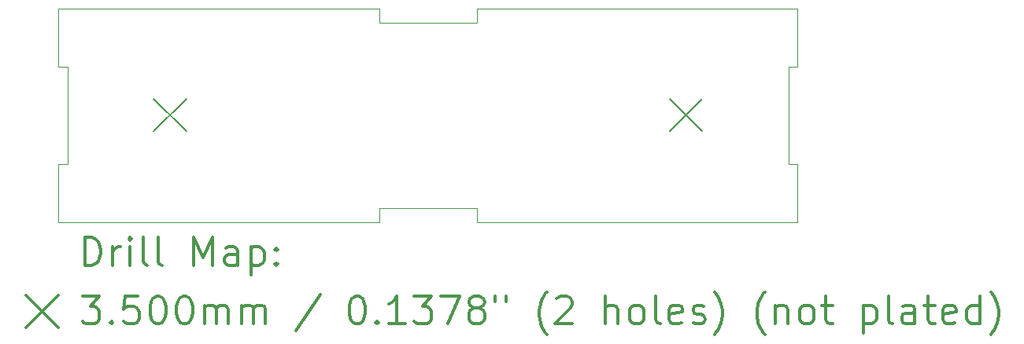
<source format=gbr>
%FSLAX45Y45*%
G04 Gerber Fmt 4.5, Leading zero omitted, Abs format (unit mm)*
G04 Created by KiCad (PCBNEW (5.1.10)-1) date 2021-10-05 02:57:30*
%MOMM*%
%LPD*%
G01*
G04 APERTURE LIST*
%TA.AperFunction,Profile*%
%ADD10C,0.050000*%
%TD*%
%ADD11C,0.200000*%
%ADD12C,0.300000*%
G04 APERTURE END LIST*
D10*
X20250000Y-7025000D02*
X20250000Y-5975000D01*
X20350000Y-7025000D02*
X20250000Y-7025000D01*
X20350000Y-7650000D02*
X20350000Y-7025000D01*
X20350000Y-5975000D02*
X20250000Y-5975000D01*
X20350000Y-5350000D02*
X20350000Y-5975000D01*
X12500000Y-7025000D02*
X12500000Y-5975000D01*
X12400000Y-7025000D02*
X12500000Y-7025000D01*
X12400000Y-7650000D02*
X12400000Y-7025000D01*
X12400000Y-5975000D02*
X12500000Y-5975000D01*
X12400000Y-5350000D02*
X12400000Y-5975000D01*
X16900000Y-7650000D02*
X20350000Y-7650000D01*
X16900000Y-7500000D02*
X16900000Y-7650000D01*
X15850000Y-7500000D02*
X16900000Y-7500000D01*
X15850000Y-7650000D02*
X15850000Y-7500000D01*
X12400000Y-7650000D02*
X15850000Y-7650000D01*
X16900000Y-5500000D02*
X16900000Y-5350000D01*
X15850000Y-5500000D02*
X16900000Y-5500000D01*
X15850000Y-5350000D02*
X15850000Y-5500000D01*
X12400000Y-5350000D02*
X15850000Y-5350000D01*
X20350000Y-5350000D02*
X16900000Y-5350000D01*
D11*
X13425000Y-6325000D02*
X13775000Y-6675000D01*
X13775000Y-6325000D02*
X13425000Y-6675000D01*
X18975000Y-6325000D02*
X19325000Y-6675000D01*
X19325000Y-6325000D02*
X18975000Y-6675000D01*
D12*
X12683928Y-8118214D02*
X12683928Y-7818214D01*
X12755357Y-7818214D01*
X12798214Y-7832500D01*
X12826786Y-7861071D01*
X12841071Y-7889643D01*
X12855357Y-7946786D01*
X12855357Y-7989643D01*
X12841071Y-8046786D01*
X12826786Y-8075357D01*
X12798214Y-8103929D01*
X12755357Y-8118214D01*
X12683928Y-8118214D01*
X12983928Y-8118214D02*
X12983928Y-7918214D01*
X12983928Y-7975357D02*
X12998214Y-7946786D01*
X13012500Y-7932500D01*
X13041071Y-7918214D01*
X13069643Y-7918214D01*
X13169643Y-8118214D02*
X13169643Y-7918214D01*
X13169643Y-7818214D02*
X13155357Y-7832500D01*
X13169643Y-7846786D01*
X13183928Y-7832500D01*
X13169643Y-7818214D01*
X13169643Y-7846786D01*
X13355357Y-8118214D02*
X13326786Y-8103929D01*
X13312500Y-8075357D01*
X13312500Y-7818214D01*
X13512500Y-8118214D02*
X13483928Y-8103929D01*
X13469643Y-8075357D01*
X13469643Y-7818214D01*
X13855357Y-8118214D02*
X13855357Y-7818214D01*
X13955357Y-8032500D01*
X14055357Y-7818214D01*
X14055357Y-8118214D01*
X14326786Y-8118214D02*
X14326786Y-7961071D01*
X14312500Y-7932500D01*
X14283928Y-7918214D01*
X14226786Y-7918214D01*
X14198214Y-7932500D01*
X14326786Y-8103929D02*
X14298214Y-8118214D01*
X14226786Y-8118214D01*
X14198214Y-8103929D01*
X14183928Y-8075357D01*
X14183928Y-8046786D01*
X14198214Y-8018214D01*
X14226786Y-8003929D01*
X14298214Y-8003929D01*
X14326786Y-7989643D01*
X14469643Y-7918214D02*
X14469643Y-8218214D01*
X14469643Y-7932500D02*
X14498214Y-7918214D01*
X14555357Y-7918214D01*
X14583928Y-7932500D01*
X14598214Y-7946786D01*
X14612500Y-7975357D01*
X14612500Y-8061071D01*
X14598214Y-8089643D01*
X14583928Y-8103929D01*
X14555357Y-8118214D01*
X14498214Y-8118214D01*
X14469643Y-8103929D01*
X14741071Y-8089643D02*
X14755357Y-8103929D01*
X14741071Y-8118214D01*
X14726786Y-8103929D01*
X14741071Y-8089643D01*
X14741071Y-8118214D01*
X14741071Y-7932500D02*
X14755357Y-7946786D01*
X14741071Y-7961071D01*
X14726786Y-7946786D01*
X14741071Y-7932500D01*
X14741071Y-7961071D01*
X12047500Y-8437500D02*
X12397500Y-8787500D01*
X12397500Y-8437500D02*
X12047500Y-8787500D01*
X12655357Y-8448214D02*
X12841071Y-8448214D01*
X12741071Y-8562500D01*
X12783928Y-8562500D01*
X12812500Y-8576786D01*
X12826786Y-8591072D01*
X12841071Y-8619643D01*
X12841071Y-8691072D01*
X12826786Y-8719643D01*
X12812500Y-8733929D01*
X12783928Y-8748214D01*
X12698214Y-8748214D01*
X12669643Y-8733929D01*
X12655357Y-8719643D01*
X12969643Y-8719643D02*
X12983928Y-8733929D01*
X12969643Y-8748214D01*
X12955357Y-8733929D01*
X12969643Y-8719643D01*
X12969643Y-8748214D01*
X13255357Y-8448214D02*
X13112500Y-8448214D01*
X13098214Y-8591072D01*
X13112500Y-8576786D01*
X13141071Y-8562500D01*
X13212500Y-8562500D01*
X13241071Y-8576786D01*
X13255357Y-8591072D01*
X13269643Y-8619643D01*
X13269643Y-8691072D01*
X13255357Y-8719643D01*
X13241071Y-8733929D01*
X13212500Y-8748214D01*
X13141071Y-8748214D01*
X13112500Y-8733929D01*
X13098214Y-8719643D01*
X13455357Y-8448214D02*
X13483928Y-8448214D01*
X13512500Y-8462500D01*
X13526786Y-8476786D01*
X13541071Y-8505357D01*
X13555357Y-8562500D01*
X13555357Y-8633929D01*
X13541071Y-8691072D01*
X13526786Y-8719643D01*
X13512500Y-8733929D01*
X13483928Y-8748214D01*
X13455357Y-8748214D01*
X13426786Y-8733929D01*
X13412500Y-8719643D01*
X13398214Y-8691072D01*
X13383928Y-8633929D01*
X13383928Y-8562500D01*
X13398214Y-8505357D01*
X13412500Y-8476786D01*
X13426786Y-8462500D01*
X13455357Y-8448214D01*
X13741071Y-8448214D02*
X13769643Y-8448214D01*
X13798214Y-8462500D01*
X13812500Y-8476786D01*
X13826786Y-8505357D01*
X13841071Y-8562500D01*
X13841071Y-8633929D01*
X13826786Y-8691072D01*
X13812500Y-8719643D01*
X13798214Y-8733929D01*
X13769643Y-8748214D01*
X13741071Y-8748214D01*
X13712500Y-8733929D01*
X13698214Y-8719643D01*
X13683928Y-8691072D01*
X13669643Y-8633929D01*
X13669643Y-8562500D01*
X13683928Y-8505357D01*
X13698214Y-8476786D01*
X13712500Y-8462500D01*
X13741071Y-8448214D01*
X13969643Y-8748214D02*
X13969643Y-8548214D01*
X13969643Y-8576786D02*
X13983928Y-8562500D01*
X14012500Y-8548214D01*
X14055357Y-8548214D01*
X14083928Y-8562500D01*
X14098214Y-8591072D01*
X14098214Y-8748214D01*
X14098214Y-8591072D02*
X14112500Y-8562500D01*
X14141071Y-8548214D01*
X14183928Y-8548214D01*
X14212500Y-8562500D01*
X14226786Y-8591072D01*
X14226786Y-8748214D01*
X14369643Y-8748214D02*
X14369643Y-8548214D01*
X14369643Y-8576786D02*
X14383928Y-8562500D01*
X14412500Y-8548214D01*
X14455357Y-8548214D01*
X14483928Y-8562500D01*
X14498214Y-8591072D01*
X14498214Y-8748214D01*
X14498214Y-8591072D02*
X14512500Y-8562500D01*
X14541071Y-8548214D01*
X14583928Y-8548214D01*
X14612500Y-8562500D01*
X14626786Y-8591072D01*
X14626786Y-8748214D01*
X15212500Y-8433929D02*
X14955357Y-8819643D01*
X15598214Y-8448214D02*
X15626786Y-8448214D01*
X15655357Y-8462500D01*
X15669643Y-8476786D01*
X15683928Y-8505357D01*
X15698214Y-8562500D01*
X15698214Y-8633929D01*
X15683928Y-8691072D01*
X15669643Y-8719643D01*
X15655357Y-8733929D01*
X15626786Y-8748214D01*
X15598214Y-8748214D01*
X15569643Y-8733929D01*
X15555357Y-8719643D01*
X15541071Y-8691072D01*
X15526786Y-8633929D01*
X15526786Y-8562500D01*
X15541071Y-8505357D01*
X15555357Y-8476786D01*
X15569643Y-8462500D01*
X15598214Y-8448214D01*
X15826786Y-8719643D02*
X15841071Y-8733929D01*
X15826786Y-8748214D01*
X15812500Y-8733929D01*
X15826786Y-8719643D01*
X15826786Y-8748214D01*
X16126786Y-8748214D02*
X15955357Y-8748214D01*
X16041071Y-8748214D02*
X16041071Y-8448214D01*
X16012500Y-8491072D01*
X15983928Y-8519643D01*
X15955357Y-8533929D01*
X16226786Y-8448214D02*
X16412500Y-8448214D01*
X16312500Y-8562500D01*
X16355357Y-8562500D01*
X16383928Y-8576786D01*
X16398214Y-8591072D01*
X16412500Y-8619643D01*
X16412500Y-8691072D01*
X16398214Y-8719643D01*
X16383928Y-8733929D01*
X16355357Y-8748214D01*
X16269643Y-8748214D01*
X16241071Y-8733929D01*
X16226786Y-8719643D01*
X16512500Y-8448214D02*
X16712500Y-8448214D01*
X16583928Y-8748214D01*
X16869643Y-8576786D02*
X16841071Y-8562500D01*
X16826786Y-8548214D01*
X16812500Y-8519643D01*
X16812500Y-8505357D01*
X16826786Y-8476786D01*
X16841071Y-8462500D01*
X16869643Y-8448214D01*
X16926786Y-8448214D01*
X16955357Y-8462500D01*
X16969643Y-8476786D01*
X16983928Y-8505357D01*
X16983928Y-8519643D01*
X16969643Y-8548214D01*
X16955357Y-8562500D01*
X16926786Y-8576786D01*
X16869643Y-8576786D01*
X16841071Y-8591072D01*
X16826786Y-8605357D01*
X16812500Y-8633929D01*
X16812500Y-8691072D01*
X16826786Y-8719643D01*
X16841071Y-8733929D01*
X16869643Y-8748214D01*
X16926786Y-8748214D01*
X16955357Y-8733929D01*
X16969643Y-8719643D01*
X16983928Y-8691072D01*
X16983928Y-8633929D01*
X16969643Y-8605357D01*
X16955357Y-8591072D01*
X16926786Y-8576786D01*
X17098214Y-8448214D02*
X17098214Y-8505357D01*
X17212500Y-8448214D02*
X17212500Y-8505357D01*
X17655357Y-8862500D02*
X17641071Y-8848214D01*
X17612500Y-8805357D01*
X17598214Y-8776786D01*
X17583928Y-8733929D01*
X17569643Y-8662500D01*
X17569643Y-8605357D01*
X17583928Y-8533929D01*
X17598214Y-8491072D01*
X17612500Y-8462500D01*
X17641071Y-8419643D01*
X17655357Y-8405357D01*
X17755357Y-8476786D02*
X17769643Y-8462500D01*
X17798214Y-8448214D01*
X17869643Y-8448214D01*
X17898214Y-8462500D01*
X17912500Y-8476786D01*
X17926786Y-8505357D01*
X17926786Y-8533929D01*
X17912500Y-8576786D01*
X17741071Y-8748214D01*
X17926786Y-8748214D01*
X18283928Y-8748214D02*
X18283928Y-8448214D01*
X18412500Y-8748214D02*
X18412500Y-8591072D01*
X18398214Y-8562500D01*
X18369643Y-8548214D01*
X18326786Y-8548214D01*
X18298214Y-8562500D01*
X18283928Y-8576786D01*
X18598214Y-8748214D02*
X18569643Y-8733929D01*
X18555357Y-8719643D01*
X18541071Y-8691072D01*
X18541071Y-8605357D01*
X18555357Y-8576786D01*
X18569643Y-8562500D01*
X18598214Y-8548214D01*
X18641071Y-8548214D01*
X18669643Y-8562500D01*
X18683928Y-8576786D01*
X18698214Y-8605357D01*
X18698214Y-8691072D01*
X18683928Y-8719643D01*
X18669643Y-8733929D01*
X18641071Y-8748214D01*
X18598214Y-8748214D01*
X18869643Y-8748214D02*
X18841071Y-8733929D01*
X18826786Y-8705357D01*
X18826786Y-8448214D01*
X19098214Y-8733929D02*
X19069643Y-8748214D01*
X19012500Y-8748214D01*
X18983928Y-8733929D01*
X18969643Y-8705357D01*
X18969643Y-8591072D01*
X18983928Y-8562500D01*
X19012500Y-8548214D01*
X19069643Y-8548214D01*
X19098214Y-8562500D01*
X19112500Y-8591072D01*
X19112500Y-8619643D01*
X18969643Y-8648214D01*
X19226786Y-8733929D02*
X19255357Y-8748214D01*
X19312500Y-8748214D01*
X19341071Y-8733929D01*
X19355357Y-8705357D01*
X19355357Y-8691072D01*
X19341071Y-8662500D01*
X19312500Y-8648214D01*
X19269643Y-8648214D01*
X19241071Y-8633929D01*
X19226786Y-8605357D01*
X19226786Y-8591072D01*
X19241071Y-8562500D01*
X19269643Y-8548214D01*
X19312500Y-8548214D01*
X19341071Y-8562500D01*
X19455357Y-8862500D02*
X19469643Y-8848214D01*
X19498214Y-8805357D01*
X19512500Y-8776786D01*
X19526786Y-8733929D01*
X19541071Y-8662500D01*
X19541071Y-8605357D01*
X19526786Y-8533929D01*
X19512500Y-8491072D01*
X19498214Y-8462500D01*
X19469643Y-8419643D01*
X19455357Y-8405357D01*
X19998214Y-8862500D02*
X19983928Y-8848214D01*
X19955357Y-8805357D01*
X19941071Y-8776786D01*
X19926786Y-8733929D01*
X19912500Y-8662500D01*
X19912500Y-8605357D01*
X19926786Y-8533929D01*
X19941071Y-8491072D01*
X19955357Y-8462500D01*
X19983928Y-8419643D01*
X19998214Y-8405357D01*
X20112500Y-8548214D02*
X20112500Y-8748214D01*
X20112500Y-8576786D02*
X20126786Y-8562500D01*
X20155357Y-8548214D01*
X20198214Y-8548214D01*
X20226786Y-8562500D01*
X20241071Y-8591072D01*
X20241071Y-8748214D01*
X20426786Y-8748214D02*
X20398214Y-8733929D01*
X20383928Y-8719643D01*
X20369643Y-8691072D01*
X20369643Y-8605357D01*
X20383928Y-8576786D01*
X20398214Y-8562500D01*
X20426786Y-8548214D01*
X20469643Y-8548214D01*
X20498214Y-8562500D01*
X20512500Y-8576786D01*
X20526786Y-8605357D01*
X20526786Y-8691072D01*
X20512500Y-8719643D01*
X20498214Y-8733929D01*
X20469643Y-8748214D01*
X20426786Y-8748214D01*
X20612500Y-8548214D02*
X20726786Y-8548214D01*
X20655357Y-8448214D02*
X20655357Y-8705357D01*
X20669643Y-8733929D01*
X20698214Y-8748214D01*
X20726786Y-8748214D01*
X21055357Y-8548214D02*
X21055357Y-8848214D01*
X21055357Y-8562500D02*
X21083928Y-8548214D01*
X21141071Y-8548214D01*
X21169643Y-8562500D01*
X21183928Y-8576786D01*
X21198214Y-8605357D01*
X21198214Y-8691072D01*
X21183928Y-8719643D01*
X21169643Y-8733929D01*
X21141071Y-8748214D01*
X21083928Y-8748214D01*
X21055357Y-8733929D01*
X21369643Y-8748214D02*
X21341071Y-8733929D01*
X21326786Y-8705357D01*
X21326786Y-8448214D01*
X21612500Y-8748214D02*
X21612500Y-8591072D01*
X21598214Y-8562500D01*
X21569643Y-8548214D01*
X21512500Y-8548214D01*
X21483928Y-8562500D01*
X21612500Y-8733929D02*
X21583928Y-8748214D01*
X21512500Y-8748214D01*
X21483928Y-8733929D01*
X21469643Y-8705357D01*
X21469643Y-8676786D01*
X21483928Y-8648214D01*
X21512500Y-8633929D01*
X21583928Y-8633929D01*
X21612500Y-8619643D01*
X21712500Y-8548214D02*
X21826786Y-8548214D01*
X21755357Y-8448214D02*
X21755357Y-8705357D01*
X21769643Y-8733929D01*
X21798214Y-8748214D01*
X21826786Y-8748214D01*
X22041071Y-8733929D02*
X22012500Y-8748214D01*
X21955357Y-8748214D01*
X21926786Y-8733929D01*
X21912500Y-8705357D01*
X21912500Y-8591072D01*
X21926786Y-8562500D01*
X21955357Y-8548214D01*
X22012500Y-8548214D01*
X22041071Y-8562500D01*
X22055357Y-8591072D01*
X22055357Y-8619643D01*
X21912500Y-8648214D01*
X22312500Y-8748214D02*
X22312500Y-8448214D01*
X22312500Y-8733929D02*
X22283928Y-8748214D01*
X22226786Y-8748214D01*
X22198214Y-8733929D01*
X22183928Y-8719643D01*
X22169643Y-8691072D01*
X22169643Y-8605357D01*
X22183928Y-8576786D01*
X22198214Y-8562500D01*
X22226786Y-8548214D01*
X22283928Y-8548214D01*
X22312500Y-8562500D01*
X22426786Y-8862500D02*
X22441071Y-8848214D01*
X22469643Y-8805357D01*
X22483928Y-8776786D01*
X22498214Y-8733929D01*
X22512500Y-8662500D01*
X22512500Y-8605357D01*
X22498214Y-8533929D01*
X22483928Y-8491072D01*
X22469643Y-8462500D01*
X22441071Y-8419643D01*
X22426786Y-8405357D01*
M02*

</source>
